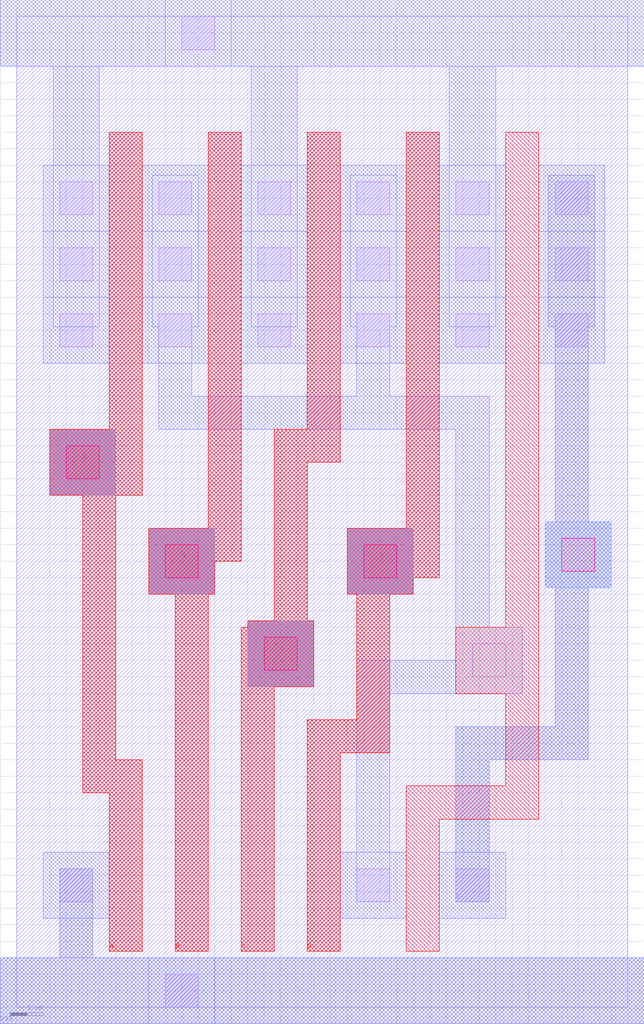
<source format=lef>
VERSION 5.3 ;

NAMESCASESENSITIVE ON ;

UNITS
  DATABASE MICRONS 1000 ;
END UNITS











MACRO an41LEF
  CLASS BLOCK ;
  PIN A
    DIRECTION INPUT ;
    PORT
      LAYER POL ;
        POLYGON 1.000 17.500  1.000 15.500  2.000 15.500  2.000 6.500  2.800 
        6.500  2.800 1.700  3.800 1.700  3.800 7.500  3.000 7.500  3.000 
        15.500  3.800 15.500  3.800 26.500  2.800 26.500  2.800 17.500  1.000 
        17.500  ;
    END
    PORT
      LAYER ML1 ;
        POLYGON 1.000 15.500  1.000 17.500  3.000 17.500  3.000 15.500  1.000 
        15.500  ;
    END
  END A
  PIN B
    DIRECTION INPUT ;
    PORT
      LAYER POL ;
        POLYGON 4.000 14.500  4.000 12.500  4.800 12.500  4.800 1.700  5.800 
        1.700  5.800 12.500  6.000 12.500  6.000 13.500  6.800 13.500  6.800 
        26.500  5.800 26.500  5.800 14.500  4.000 14.500  ;
    END
    PORT
      LAYER ML1 ;
        POLYGON 4.000 14.500  4.000 12.500  6.000 12.500  6.000 14.500  4.000 
        14.500  ;
    END
  END B
  PIN C
    DIRECTION INPUT ;
    PORT
      LAYER POL ;
        POLYGON 6.800 11.500  6.800 1.700  7.800 1.700  7.800 9.700  9.000 
        9.700  9.000 11.700  8.800 11.700  8.800 16.500  9.800 16.500  9.800 
        26.500  8.800 26.500  8.800 17.500  7.800 17.500  7.800 11.700  7.000 
        11.700  7.000 11.500  6.800 11.500  ;
    END
    PORT
      LAYER ML1 ;
        POLYGON 7.000 9.700  7.000 11.700  9.000 11.700  9.000 9.700  7.000 
        9.700  ;
    END
  END C
  PIN D
    DIRECTION INPUT ;
    PORT
      LAYER POL ;
        POLYGON 8.800 8.700  8.800 1.700  9.800 1.700  9.800 7.700  11.300 
        7.700  11.300 12.500  12.000 12.500  12.000 13.000  12.800 13.000  
        12.800 26.500  11.800 26.500  11.800 14.500  10.000 14.500  10.000 
        12.500  10.300 12.500  10.300 8.700  8.800 8.700  ;
    END
    PORT
      LAYER ML1 ;
        RECT 10.000 12.500  12.000 14.500  ;
    END
  END D
  PIN VDD
    DIRECTION INOUT ;
  END VDD
  PIN VSS
    DIRECTION INOUT ;
    PORT
      LAYER ML1 ;
        POLYGON -0.500 1.500  -0.500 -0.500  19.000 -0.500  19.000 1.500  
        2.300 1.500  2.300 4.200  1.300 4.200  1.300 1.500  -0.500 1.500  ;
    END
  END VSS
  PIN Y
    DIRECTION OUTPUT ;
    PORT
      LAYER ML1 ;
        POLYGON 13.300 8.500  13.300 3.200  14.300 3.200  14.300 7.500  17.300 
        7.500  17.300 12.700  18.000 12.700  18.000 14.700  17.300 14.700  
        17.300 20.600  17.500 20.600  17.500 25.200  16.100 25.200  16.100 
        20.600  16.300 20.600  16.300 14.700  16.000 14.700  16.000 12.700  
        16.300 12.700  16.300 8.500  13.300 8.500  ;
    END
  END Y
  OBS
    LAYER CNT ;
      POLYGON 13.300 3.200  13.300 4.200  14.300 4.200  14.300 3.200  13.300 
      3.200  ;
      POLYGON 16.300 20.000  16.300 21.000  17.300 21.000  17.300 20.000  
      16.300 20.000  ;
      POLYGON 16.300 22.000  16.300 23.000  17.300 23.000  17.300 22.000  
      16.300 22.000  ;
      POLYGON 16.300 24.000  16.300 25.000  17.300 25.000  17.300 24.000  
      16.300 24.000  ;
      POLYGON 13.800 10.000  13.800 11.000  14.800 11.000  14.800 10.000  
      13.800 10.000  ;
      POLYGON 10.500 13.000  10.500 14.000  11.500 14.000  11.500 13.000  
      10.500 13.000  ;
      POLYGON 7.500 10.200  7.500 11.200  8.500 11.200  8.500 10.200  7.500 
      10.200  ;
      POLYGON 5.000 29.000  5.000 30.000  6.000 30.000  6.000 29.000  5.000 
      29.000  ;
      POLYGON 4.500 13.000  4.500 14.000  5.500 14.000  5.500 13.000  4.500 
      13.000  ;
      POLYGON 1.500 16.000  1.500 17.000  2.500 17.000  2.500 16.000  1.500 
      16.000  ;
      POLYGON 4.500 0.000  4.500 1.000  5.500 1.000  5.500 0.000  4.500 0.000  ;
      
      POLYGON 13.300 20.000  13.300 21.000  14.300 21.000  14.300 20.000  
      13.300 20.000  ;
      POLYGON 13.300 22.000  13.300 23.000  14.300 23.000  14.300 22.000  
      13.300 22.000  ;
      POLYGON 13.300 24.000  13.300 25.000  14.300 25.000  14.300 24.000  
      13.300 24.000  ;
      POLYGON 10.300 24.000  10.300 25.000  11.300 25.000  11.300 24.000  
      10.300 24.000  ;
      POLYGON 10.300 22.000  10.300 23.000  11.300 23.000  11.300 22.000  
      10.300 22.000  ;
      POLYGON 10.300 20.000  10.300 21.000  11.300 21.000  11.300 20.000  
      10.300 20.000  ;
      POLYGON 10.300 3.200  10.300 4.200  11.300 4.200  11.300 3.200  10.300 
      3.200  ;
      POLYGON 7.300 20.000  7.300 21.000  8.300 21.000  8.300 20.000  7.300 
      20.000  ;
      POLYGON 7.300 22.000  7.300 23.000  8.300 23.000  8.300 22.000  7.300 
      22.000  ;
      POLYGON 7.300 24.000  7.300 25.000  8.300 25.000  8.300 24.000  7.300 
      24.000  ;
      POLYGON 4.300 24.000  4.300 25.000  5.300 25.000  5.300 24.000  4.300 
      24.000  ;
      POLYGON 4.300 20.000  4.300 21.000  5.300 21.000  5.300 20.000  4.300 
      20.000  ;
      POLYGON 4.300 22.000  4.300 23.000  5.300 23.000  5.300 22.000  4.300 
      22.000  ;
      POLYGON 1.300 24.000  1.300 25.000  2.300 25.000  2.300 24.000  1.300 
      24.000  ;
      POLYGON 1.300 3.200  1.300 4.200  2.300 4.200  2.300 3.200  1.300 3.200  ;
      
      POLYGON 1.300 20.000  1.300 21.000  2.300 21.000  2.300 20.000  1.300 
      20.000  ;
      POLYGON 1.300 22.000  1.300 23.000  2.300 23.000  2.300 22.000  1.300 
      22.000  ;
    LAYER FRAME ;
      RECT -0.500 28.500  19.000 30.500  ;
      RECT -0.500 -0.500  19.000 1.500  ;
      POLYGON 0.000 0.000  18.500 0.000  18.500 30.000  0.000 30.000  0.000 
      0.000  ;
    LAYER ML1 ;
      RECT 0.800 23.500  2.800 25.500  ;
      RECT 0.800 2.700  2.800 4.700  ;
      RECT 0.800 19.500  2.800 21.500  ;
      RECT 0.800 21.500  2.800 23.500  ;
      POLYGON 1.000 15.500  1.000 17.500  3.000 17.500  3.000 15.500  1.000 
      15.500  ;
      RECT 1.000 15.500  3.000 17.500  ;
      RECT 3.800 23.500  5.800 25.500  ;
      RECT 3.800 19.500  5.800 21.500  ;
      RECT 3.800 21.500  5.800 23.500  ;
      RECT 4.000 -0.500  6.000 1.500  ;
      POLYGON 4.000 14.500  4.000 12.500  6.000 12.500  6.000 14.500  4.000 
      14.500  ;
      RECT 4.500 28.500  6.500 30.500  ;
      RECT 6.800 19.500  8.800 21.500  ;
      RECT 6.800 21.500  8.800 23.500  ;
      RECT 6.800 23.500  8.800 25.500  ;
      POLYGON 7.000 9.700  7.000 11.700  9.000 11.700  9.000 9.700  7.000 
      9.700  ;
      RECT 7.000 9.700  9.000 11.700  ;
      POLYGON -0.500 1.500  -0.500 -0.500  19.000 -0.500  19.000 1.500  2.300 
      1.500  2.300 4.200  1.300 4.200  1.300 1.500  -0.500 1.500  ;
      POLYGON -0.500 30.500  -0.500 28.500  1.100 28.500  1.100 20.600  2.500 
      20.600  2.500 28.500  7.100 28.500  7.100 20.600  8.500 20.600  8.500 
      28.500  13.100 28.500  13.100 20.600  14.500 20.600  14.500 28.500  
      19.000 28.500  19.000 30.500  -0.500 30.500  ;
      POLYGON 10.300 10.500  10.300 3.200  11.300 3.200  11.300 9.500  15.300 
      9.500  15.300 11.500  14.300 11.500  14.300 18.500  11.300 18.500  
      11.300 20.600  11.500 20.600  11.500 25.200  10.100 25.200  10.100 
      20.600  10.300 20.600  10.300 18.500  5.300 18.500  5.300 20.600  5.500 
      20.600  5.500 25.200  4.100 25.200  4.100 20.600  4.300 20.600  4.300 
      17.500  13.300 17.500  13.300 10.500  10.300 10.500  ;
      RECT 9.800 23.500  11.800 25.500  ;
      RECT 9.800 21.500  11.800 23.500  ;
      RECT 9.800 19.500  11.800 21.500  ;
      RECT 9.800 2.700  11.800 4.700  ;
      POLYGON 10.000 12.500  10.000 14.500  12.000 14.500  12.000 12.500  
      10.000 12.500  ;
      RECT 10.000 12.500  12.000 14.500  ;
      RECT 12.800 2.700  14.800 4.700  ;
      RECT 12.800 19.500  14.800 21.500  ;
      RECT 12.800 21.500  14.800 23.500  ;
      RECT 12.800 23.500  14.800 25.500  ;
      POLYGON 13.300 8.500  13.300 3.200  14.300 3.200  14.300 7.500  17.300 
      7.500  17.300 12.700  18.000 12.700  18.000 14.700  17.300 14.700  
      17.300 20.600  17.500 20.600  17.500 25.200  16.100 25.200  16.100 
      20.600  16.300 20.600  16.300 14.700  16.000 14.700  16.000 12.700  
      16.300 12.700  16.300 8.500  13.300 8.500  ;
      RECT 15.800 23.500  17.800 25.500  ;
      RECT 15.800 21.500  17.800 23.500  ;
      RECT 15.800 19.500  17.800 21.500  ;
    LAYER ML2 ;
      POLYGON 4.000 14.500  4.000 12.500  6.000 12.500  6.000 14.500  4.000 
      14.500  ;
      POLYGON 10.000 12.500  10.000 14.500  12.000 14.500  12.000 12.500  
      10.000 12.500  ;
      POLYGON 7.000 9.700  7.000 11.700  9.000 11.700  9.000 9.700  7.000 
      9.700  ;
      POLYGON 16.000 12.700  16.000 14.700  18.000 14.700  18.000 12.700  
      16.000 12.700  ;
      POLYGON 1.000 15.500  1.000 17.500  3.000 17.500  3.000 15.500  1.000 
      15.500  ;
    LAYER POL ;
      POLYGON 1.000 17.500  1.000 15.500  2.000 15.500  2.000 6.500  2.800 
      6.500  2.800 1.700  3.800 1.700  3.800 7.500  3.000 7.500  3.000 15.500  
      3.800 15.500  3.800 26.500  2.800 26.500  2.800 17.500  1.000 17.500  ;
      POLYGON 4.000 14.500  4.000 12.500  4.800 12.500  4.800 1.700  5.800 
      1.700  5.800 12.500  6.000 12.500  6.000 13.500  6.800 13.500  6.800 
      26.500  5.800 26.500  5.800 14.500  4.000 14.500  ;
      POLYGON 6.800 11.500  6.800 1.700  7.800 1.700  7.800 9.700  9.000 9.700 
       9.000 11.700  8.800 11.700  8.800 16.500  9.800 16.500  9.800 26.500  
      8.800 26.500  8.800 17.500  7.800 17.500  7.800 11.700  7.000 11.700  
      7.000 11.500  6.800 11.500  ;
      POLYGON 8.800 8.700  8.800 1.700  9.800 1.700  9.800 7.700  11.300 7.700 
       11.300 12.500  12.000 12.500  12.000 13.000  12.800 13.000  12.800 
      26.500  11.800 26.500  11.800 14.500  10.000 14.500  10.000 12.500  
      10.300 12.500  10.300 8.700  8.800 8.700  ;
      POLYGON 11.800 6.700  11.800 1.700  12.800 1.700  12.800 5.700  15.800 
      5.700  15.800 26.500  14.800 26.500  14.800 11.500  13.300 11.500  
      13.300 9.500  14.800 9.500  14.800 6.700  11.800 6.700  ;
    LAYER VIA1 ;
      POLYGON 10.500 13.000  10.500 14.000  11.500 14.000  11.500 13.000  
      10.500 13.000  ;
      POLYGON 7.500 10.200  7.500 11.200  8.500 11.200  8.500 10.200  7.500 
      10.200  ;
      POLYGON 4.500 13.000  4.500 14.000  5.500 14.000  5.500 13.000  4.500 
      13.000  ;
      POLYGON 16.500 13.200  16.500 14.200  17.500 14.200  17.500 13.200  
      16.500 13.200  ;
      POLYGON 1.500 16.000  1.500 17.000  2.500 17.000  2.500 16.000  1.500 
      16.000  ;
  END
END an41LEF


END LIBRARY

</source>
